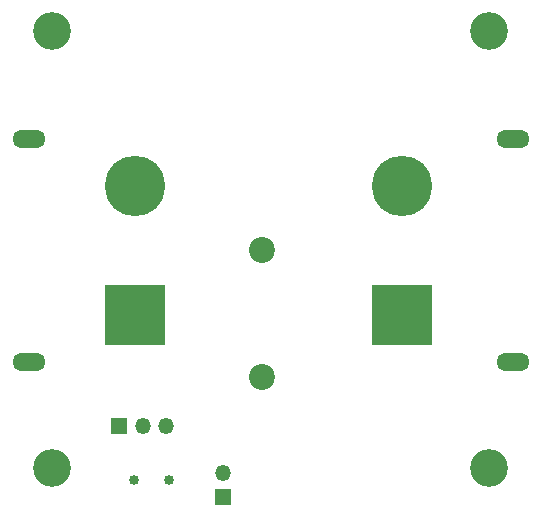
<source format=gbr>
%TF.GenerationSoftware,KiCad,Pcbnew,7.0.10-7.0.10~ubuntu20.04.1*%
%TF.CreationDate,2024-03-04T09:10:09+08:00*%
%TF.ProjectId,ESwitch,45537769-7463-4682-9e6b-696361645f70,rev?*%
%TF.SameCoordinates,Original*%
%TF.FileFunction,Soldermask,Bot*%
%TF.FilePolarity,Negative*%
%FSLAX46Y46*%
G04 Gerber Fmt 4.6, Leading zero omitted, Abs format (unit mm)*
G04 Created by KiCad (PCBNEW 7.0.10-7.0.10~ubuntu20.04.1) date 2024-03-04 09:10:09*
%MOMM*%
%LPD*%
G01*
G04 APERTURE LIST*
G04 Aperture macros list*
%AMRoundRect*
0 Rectangle with rounded corners*
0 $1 Rounding radius*
0 $2 $3 $4 $5 $6 $7 $8 $9 X,Y pos of 4 corners*
0 Add a 4 corners polygon primitive as box body*
4,1,4,$2,$3,$4,$5,$6,$7,$8,$9,$2,$3,0*
0 Add four circle primitives for the rounded corners*
1,1,$1+$1,$2,$3*
1,1,$1+$1,$4,$5*
1,1,$1+$1,$6,$7*
1,1,$1+$1,$8,$9*
0 Add four rect primitives between the rounded corners*
20,1,$1+$1,$2,$3,$4,$5,0*
20,1,$1+$1,$4,$5,$6,$7,0*
20,1,$1+$1,$6,$7,$8,$9,0*
20,1,$1+$1,$8,$9,$2,$3,0*%
G04 Aperture macros list end*
%ADD10C,3.200000*%
%ADD11C,2.200000*%
%ADD12R,1.350000X1.350000*%
%ADD13O,1.350000X1.350000*%
%ADD14O,2.804000X1.504000*%
%ADD15RoundRect,0.102000X-2.458000X2.458000X-2.458000X-2.458000X2.458000X-2.458000X2.458000X2.458000X0*%
%ADD16C,5.120000*%
%ADD17C,0.850000*%
%ADD18RoundRect,0.102000X2.458000X-2.458000X2.458000X2.458000X-2.458000X2.458000X-2.458000X-2.458000X0*%
G04 APERTURE END LIST*
D10*
%TO.C,REF\u002A\u002A*%
X211500000Y-55000000D03*
%TD*%
%TO.C,REF\u002A\u002A*%
X174500000Y-55000000D03*
%TD*%
%TO.C,REF\u002A\u002A*%
X174500000Y-92000000D03*
%TD*%
%TO.C,REF\u002A\u002A*%
X211500000Y-92000000D03*
%TD*%
D11*
%TO.C,REF\u002A\u002A*%
X192250000Y-73500000D03*
%TD*%
%TO.C,REF\u002A\u002A*%
X192250000Y-84250000D03*
%TD*%
D12*
%TO.C,J3*%
X189000000Y-94400000D03*
D13*
X189000000Y-92400000D03*
%TD*%
D14*
%TO.C,J1*%
X172600000Y-64100000D03*
X172600000Y-83000000D03*
D15*
X181500000Y-79000000D03*
D16*
X181500000Y-68100000D03*
%TD*%
D17*
%TO.C,SW1*%
X184450000Y-92950000D03*
X181450000Y-92950000D03*
%TD*%
D12*
%TO.C,J4*%
X180200000Y-88400000D03*
D13*
X182200000Y-88400000D03*
X184200000Y-88400000D03*
%TD*%
D14*
%TO.C,J2*%
X213500000Y-64100000D03*
X213500000Y-83000000D03*
D18*
X204100000Y-79000000D03*
D16*
X204100000Y-68100000D03*
%TD*%
M02*

</source>
